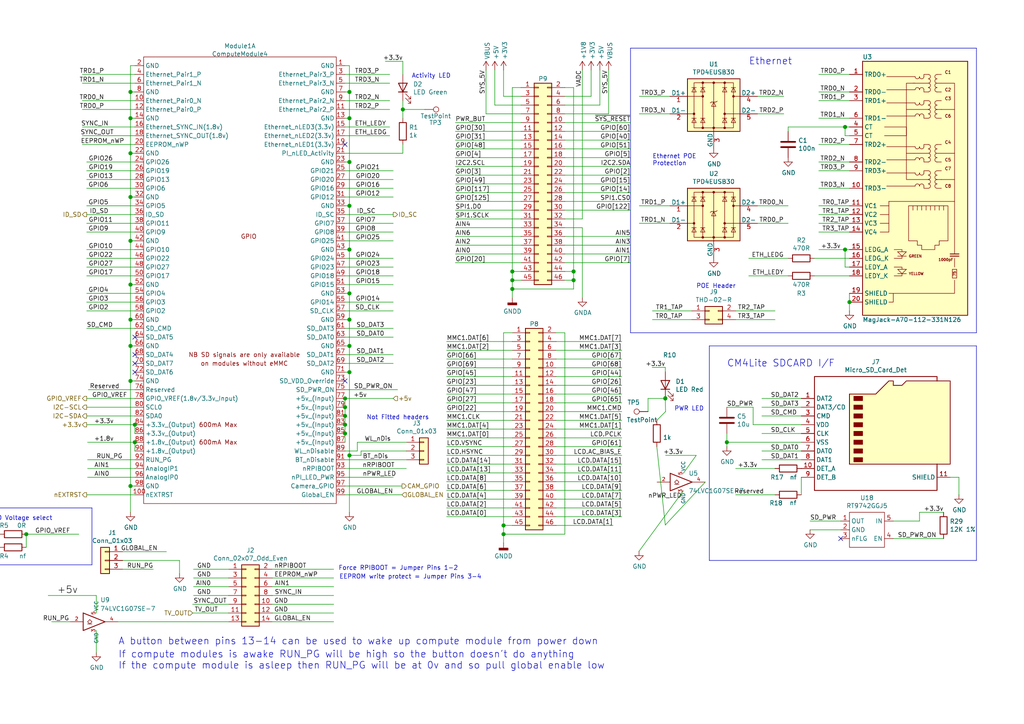
<source format=kicad_sch>
(kicad_sch (version 20211123) (generator eeschema)
  (paper "A4")
  (title_block (title "Compute Module 4 IO Board - GPIO - Ethernet") (rev "1") (company "© 2020-2022 Raspberry Pi Ltd (formerly Raspberry Pi (Trading) Ltd.)") (comment 1 "www.raspberrypi.com"))
  (junction (at 37.846 92.71) (diameter 1.016))
  (junction (at 148.59 83.82) (diameter 1.016))
  (junction (at 101.346 132.08) (diameter 1.016))
  (junction (at 101.346 59.69) (diameter 1.016))
  (junction (at 101.346 46.99) (diameter 1.016))
  (junction (at 146.05 152.4) (diameter 1.016))
  (junction (at 7.62 154.94) (diameter 1.016))
  (junction (at 101.346 72.39) (diameter 1.016))
  (junction (at 246.38 87.63) (diameter 1.016))
  (junction (at 101.346 26.67) (diameter 1.016))
  (junction (at 245.11 36.83) (diameter 1.016))
  (junction (at 100.076 125.73) (diameter 1.016))
  (junction (at 101.346 85.09) (diameter 1.016))
  (junction (at 148.59 81.28) (diameter 1.016))
  (junction (at 37.846 69.85) (diameter 1.016))
  (junction (at 146.05 154.94) (diameter 1.016))
  (junction (at 148.59 78.74) (diameter 1.016))
  (junction (at 37.846 26.67) (diameter 1.016))
  (junction (at 100.076 120.65) (diameter 1.016))
  (junction (at 245.11 72.39) (diameter 1.016))
  (junction (at 37.846 100.33) (diameter 1.016))
  (junction (at 37.846 44.45) (diameter 1.016))
  (junction (at 39.116 123.19) (diameter 1.016))
  (junction (at 116.84 31.75) (diameter 1.016))
  (junction (at 101.346 107.95) (diameter 1.016))
  (junction (at 101.346 34.29) (diameter 1.016))
  (junction (at 192.9638 115.57) (diameter 1.016))
  (junction (at 210.82 128.27) (diameter 1.016))
  (junction (at 192.9638 115.443))
  (junction (at 166.37 78.74) (diameter 1.016))
  (junction (at 101.346 92.71) (diameter 1.016))
  (junction (at 100.076 115.57) (diameter 1.016))
  (junction (at 100.076 123.19) (diameter 1.016))
  (junction (at 101.346 100.33) (diameter 1.016))
  (junction (at 37.846 82.55) (diameter 1.016))
  (junction (at 39.116 128.27) (diameter 1.016))
  (junction (at 166.37 81.28) (diameter 1.016))
  (junction (at 37.846 110.49) (diameter 1.016))
  (junction (at 37.846 34.29) (diameter 1.016))
  (junction (at 37.846 57.15) (diameter 1.016))
  (junction (at 37.846 140.97) (diameter 1.016))
  (junction (at 100.076 118.11) (diameter 1.016))
  (no_connect (at 243.84 156.21))
  (no_connect (at 100.076 110.49))
  (no_connect (at 39.116 97.79))
  (no_connect (at 100.076 41.91))
  (no_connect (at 39.116 107.95))
  (no_connect (at 39.116 105.41))
  (no_connect (at 39.116 102.87))
  (wire (pts (xy 25.146 118.11) (xy 39.116 118.11)))
  (wire (pts (xy 23.876 36.83) (xy 39.116 36.83)))
  (wire (pts (xy 37.846 57.15) (xy 39.116 57.15)))
  (wire (pts (xy 78.994 175.26) (xy 96.774 175.26)))
  (wire (pts (xy 100.076 44.45) (xy 116.84 44.45)))
  (wire (pts (xy 173.99 30.48) (xy 173.99 20.32)))
  (wire (pts (xy 237.49 21.59) (xy 246.38 21.59)))
  (wire (pts (xy 78.994 170.18) (xy 96.774 170.18)))
  (wire (pts (xy 56.134 167.64) (xy 66.294 167.64)))
  (wire (pts (xy 101.346 132.08) (xy 101.346 148.59)))
  (wire (pts (xy 100.076 21.59) (xy 113.03 21.59)))
  (polyline (pts (xy 26.67 163.83) (xy -12.7 163.83)) (stroke (width 0) (type solid)))
  (wire (pts (xy 168.91 66.04) (xy 168.91 86.36)))
  (wire (pts (xy 237.49 34.29) (xy 246.38 34.29)))
  (wire (pts (xy 161.29 99.06) (xy 180.34 99.06)))
  (wire (pts (xy 245.11 72.39) (xy 246.38 72.39)))
  (wire (pts (xy 101.346 46.99) (xy 101.346 59.69)))
  (wire (pts (xy 37.846 44.45) (xy 37.846 57.15)))
  (polyline (pts (xy 283.21 13.97) (xy 283.21 96.52)) (stroke (width 0) (type solid)))
  (wire (pts (xy 100.076 85.09) (xy 101.346 85.09)))
  (wire (pts (xy 151.13 27.94) (xy 146.05 27.94)))
  (wire (pts (xy 163.83 25.4) (xy 166.37 25.4)))
  (wire (pts (xy 56.134 170.18) (xy 66.294 170.18)))
  (wire (pts (xy 148.59 25.4) (xy 148.59 78.74)))
  (wire (pts (xy 132.08 63.5) (xy 151.13 63.5)))
  (wire (pts (xy -8.89 158.75) (xy 0 158.75)))
  (wire (pts (xy 25.146 90.17) (xy 39.116 90.17)))
  (polyline (pts (xy -12.7 147.32) (xy -13.97 147.32)) (stroke (width 0) (type solid)))
  (wire (pts (xy 201.93 132.08) (xy 193.04 132.08)))
  (wire (pts (xy 27.94 172.72) (xy 27.94 177.8)))
  (wire (pts (xy 132.08 35.56) (xy 151.13 35.56)))
  (wire (pts (xy 25.4 138.43) (xy 39.116 138.43)))
  (wire (pts (xy 163.83 55.88) (xy 182.88 55.88)))
  (wire (pts (xy 161.29 144.78) (xy 180.34 144.78)))
  (wire (pts (xy 132.08 40.64) (xy 151.13 40.64)))
  (wire (pts (xy 100.076 80.01) (xy 114.046 80.01)))
  (wire (pts (xy 228.6 38.1) (xy 228.6 36.83)))
  (wire (pts (xy 103.632 128.27) (xy 117.856 128.27)))
  (wire (pts (xy 100.076 34.29) (xy 101.346 34.29)))
  (polyline (pts (xy 205.74 162.56) (xy 205.74 100.33)) (stroke (width 0) (type solid)))
  (wire (pts (xy 35.56 165.1) (xy 44.45 165.1)))
  (wire (pts (xy 161.29 132.08) (xy 180.34 132.08)))
  (wire (pts (xy 25.146 115.57) (xy 39.116 115.57)))
  (wire (pts (xy 100.076 52.07) (xy 114.046 52.07)))
  (wire (pts (xy 101.346 85.09) (xy 101.346 92.71)))
  (wire (pts (xy 37.846 19.05) (xy 37.846 26.67)))
  (wire (pts (xy 100.076 36.83) (xy 113.03 36.83)))
  (wire (pts (xy 161.29 127) (xy 180.34 127)))
  (wire (pts (xy 129.54 139.7) (xy 148.59 139.7)))
  (wire (pts (xy 25.146 59.69) (xy 39.116 59.69)))
  (wire (pts (xy 163.83 66.04) (xy 168.91 66.04)))
  (wire (pts (xy 132.08 38.1) (xy 151.13 38.1)))
  (wire (pts (xy 148.59 83.82) (xy 148.59 81.28)))
  (wire (pts (xy 166.37 78.74) (xy 166.37 81.28)))
  (wire (pts (xy 100.076 87.63) (xy 114.046 87.63)))
  (wire (pts (xy 163.83 96.52) (xy 163.83 154.94)))
  (wire (pts (xy 129.54 134.62) (xy 148.59 134.62)))
  (wire (pts (xy 56.134 172.72) (xy 66.294 172.72)))
  (wire (pts (xy 129.54 147.32) (xy 148.59 147.32)))
  (wire (pts (xy 100.076 133.35) (xy 117.856 133.35)))
  (wire (pts (xy 78.994 172.72) (xy 96.774 172.72)))
  (wire (pts (xy 37.846 69.85) (xy 39.116 69.85)))
  (wire (pts (xy 146.05 96.52) (xy 146.05 152.4)))
  (wire (pts (xy 100.076 19.05) (xy 101.346 19.05)))
  (wire (pts (xy 129.54 111.76) (xy 148.59 111.76)))
  (wire (pts (xy 161.29 96.52) (xy 163.83 96.52)))
  (wire (pts (xy 129.54 121.92) (xy 148.59 121.92)))
  (wire (pts (xy 25.4 133.35) (xy 39.116 133.35)))
  (wire (pts (xy 100.076 67.31) (xy 114.046 67.31)))
  (wire (pts (xy 146.05 96.52) (xy 148.59 96.52)))
  (wire (pts (xy 100.076 107.95) (xy 101.346 107.95)))
  (wire (pts (xy 236.22 74.93) (xy 246.38 74.93)))
  (wire (pts (xy 23.876 39.37) (xy 39.116 39.37)))
  (wire (pts (xy 161.29 119.38) (xy 180.34 119.38)))
  (wire (pts (xy 237.49 59.69) (xy 246.38 59.69)))
  (wire (pts (xy 129.54 106.68) (xy 148.59 106.68)))
  (wire (pts (xy 187.96 115.57) (xy 187.96 119.38)))
  (wire (pts (xy 161.29 116.84) (xy 180.34 116.84)))
  (wire (pts (xy 171.45 27.94) (xy 171.45 20.32)))
  (wire (pts (xy 163.83 27.94) (xy 171.45 27.94)))
  (wire (pts (xy 100.076 140.97) (xy 116.586 140.97)))
  (wire (pts (xy 143.51 30.48) (xy 143.51 20.32)))
  (wire (pts (xy 132.08 76.2) (xy 151.13 76.2)))
  (wire (pts (xy 213.36 135.89) (xy 224.79 135.89)))
  (wire (pts (xy 100.076 46.99) (xy 101.346 46.99)))
  (wire (pts (xy 132.08 45.72) (xy 151.13 45.72)))
  (wire (pts (xy 148.59 83.82) (xy 166.37 83.82)))
  (wire (pts (xy 100.076 138.43) (xy 114.046 138.43)))
  (wire (pts (xy 101.346 132.08) (xy 104.7242 132.08)))
  (wire (pts (xy 100.076 26.67) (xy 101.346 26.67)))
  (wire (pts (xy 236.22 80.01) (xy 246.38 80.01)))
  (wire (pts (xy 129.54 144.78) (xy 148.59 144.78)))
  (wire (pts (xy 266.7 148.59) (xy 266.7 151.13)))
  (wire (pts (xy 100.076 24.13) (xy 113.03 24.13)))
  (wire (pts (xy 163.83 45.72) (xy 182.88 45.72)))
  (wire (pts (xy 129.54 104.14) (xy 148.59 104.14)))
  (wire (pts (xy 39.116 19.05) (xy 37.846 19.05)))
  (wire (pts (xy 192.9638 106.553) (xy 189.1538 106.553)))
  (wire (pts (xy 161.29 109.22) (xy 180.34 109.22)))
  (wire (pts (xy 25.4 128.27) (xy 39.116 128.27)))
  (wire (pts (xy 100.076 120.65) (xy 100.076 123.19)))
  (wire (pts (xy 34.29 180.34) (xy 66.294 180.34)))
  (wire (pts (xy 243.84 151.13) (xy 234.95 151.13)))
  (wire (pts (xy 100.076 82.55) (xy 114.046 82.55)))
  (wire (pts (xy 39.116 128.27) (xy 39.37 128.27)))
  (wire (pts (xy 163.83 43.18) (xy 182.88 43.18)))
  (wire (pts (xy 163.83 76.2) (xy 182.88 76.2)))
  (wire (pts (xy 39.116 140.97) (xy 37.846 140.97)))
  (wire (pts (xy 218.44 123.19) (xy 218.44 118.11)))
  (wire (pts (xy 161.29 104.14) (xy 180.34 104.14)))
  (wire (pts (xy 25.146 46.99) (xy 39.116 46.99)))
  (wire (pts (xy 132.08 50.8) (xy 151.13 50.8)))
  (wire (pts (xy 25.146 120.65) (xy 39.116 120.65)))
  (wire (pts (xy 213.36 90.17) (xy 224.79 90.17)))
  (wire (pts (xy 13.97 172.72) (xy 27.94 172.72)))
  (wire (pts (xy 146.05 152.4) (xy 146.05 154.94)))
  (wire (pts (xy 194.31 64.77) (xy 185.42 64.77)))
  (wire (pts (xy 161.29 142.24) (xy 180.34 142.24)))
  (wire (pts (xy 132.08 43.18) (xy 151.13 43.18)))
  (wire (pts (xy 213.36 92.71) (xy 224.79 92.71)))
  (wire (pts (xy 232.41 138.43) (xy 232.41 143.51)))
  (wire (pts (xy 100.076 115.57) (xy 114.046 115.57)))
  (wire (pts (xy 151.13 25.4) (xy 148.59 25.4)))
  (wire (pts (xy 78.994 180.34) (xy 96.774 180.34)))
  (wire (pts (xy 101.346 92.71) (xy 101.346 100.33)))
  (wire (pts (xy 37.846 82.55) (xy 39.116 82.55)))
  (wire (pts (xy 7.62 154.94) (xy 7.62 158.75)))
  (wire (pts (xy 100.076 62.23) (xy 114.046 62.23)))
  (wire (pts (xy 129.54 132.08) (xy 148.59 132.08)))
  (wire (pts (xy 161.29 114.3) (xy 180.34 114.3)))
  (wire (pts (xy 101.346 72.39) (xy 101.346 85.09)))
  (wire (pts (xy 25.146 54.61) (xy 39.116 54.61)))
  (wire (pts (xy 100.076 69.85) (xy 114.046 69.85)))
  (wire (pts (xy 148.59 78.74) (xy 151.13 78.74)))
  (wire (pts (xy 192.9638 107.823) (xy 192.9638 106.553)))
  (wire (pts (xy 129.54 124.46) (xy 148.59 124.46)))
  (wire (pts (xy 237.49 67.31) (xy 246.38 67.31)))
  (wire (pts (xy 37.846 92.71) (xy 39.116 92.71)))
  (wire (pts (xy 56.134 165.1) (xy 66.294 165.1)))
  (wire (pts (xy 100.076 77.47) (xy 114.046 77.47)))
  (polyline (pts (xy -13.97 163.83) (xy -13.97 147.32)) (stroke (width 0) (type solid)))
  (wire (pts (xy 37.846 110.49) (xy 37.846 140.97)))
  (wire (pts (xy 237.49 62.23) (xy 246.38 62.23)))
  (wire (pts (xy 132.08 60.96) (xy 151.13 60.96)))
  (wire (pts (xy 129.54 119.38) (xy 148.59 119.38)))
  (wire (pts (xy 245.11 77.47) (xy 245.11 72.39)))
  (polyline (pts (xy 26.67 147.32) (xy 26.67 163.83)) (stroke (width 0) (type solid)))
  (wire (pts (xy 246.38 85.09) (xy 246.38 87.63)))
  (wire (pts (xy 100.076 125.73) (xy 100.076 128.27)))
  (wire (pts (xy 161.29 124.46) (xy 180.34 124.46)))
  (wire (pts (xy 25.146 62.23) (xy 39.116 62.23)))
  (wire (pts (xy 114.046 90.17) (xy 100.076 90.17)))
  (wire (pts (xy 100.076 59.69) (xy 101.346 59.69)))
  (wire (pts (xy 237.49 64.77) (xy 246.38 64.77)))
  (wire (pts (xy 163.83 30.48) (xy 173.99 30.48)))
  (wire (pts (xy 25.146 52.07) (xy 39.116 52.07)))
  (wire (pts (xy 35.56 162.56) (xy 52.07 162.56)))
  (wire (pts (xy 163.83 38.1) (xy 182.88 38.1)))
  (wire (pts (xy 100.076 118.11) (xy 100.076 120.65)))
  (wire (pts (xy 163.83 48.26) (xy 182.88 48.26)))
  (wire (pts (xy 25.146 95.25) (xy 39.116 95.25)))
  (wire (pts (xy 25.4 135.89) (xy 39.116 135.89)))
  (wire (pts (xy 198.1962 142.367) (xy 185.3438 159.893)))
  (wire (pts (xy 190.5 129.54) (xy 192.9638 152.273)))
  (wire (pts (xy 132.08 48.26) (xy 151.13 48.26)))
  (wire (pts (xy 7.62 154.94) (xy 22.86 154.94)))
  (wire (pts (xy 259.08 156.21) (xy 273.685 156.21)))
  (wire (pts (xy 100.076 29.21) (xy 113.03 29.21)))
  (wire (pts (xy 232.41 133.35) (xy 220.98 133.35)))
  (wire (pts (xy 163.83 58.42) (xy 182.88 58.42)))
  (wire (pts (xy 163.83 33.02) (xy 176.53 33.02)))
  (wire (pts (xy 100.076 123.19) (xy 100.076 125.73)))
  (wire (pts (xy 23.876 41.91) (xy 39.116 41.91)))
  (wire (pts (xy 23.876 21.59) (xy 39.116 21.59)))
  (wire (pts (xy 193.04 119.38) (xy 190.5 121.92)))
  (wire (pts (xy 237.49 26.67) (xy 246.38 26.67)))
  (wire (pts (xy 100.076 31.75) (xy 113.03 31.75)))
  (wire (pts (xy 192.9638 115.443) (xy 192.9638 115.57)))
  (wire (pts (xy 237.49 72.39) (xy 245.11 72.39)))
  (wire (pts (xy 151.13 33.02) (xy 140.97 33.02)))
  (wire (pts (xy 25.146 85.09) (xy 39.116 85.09)))
  (wire (pts (xy 25.146 49.53) (xy 39.116 49.53)))
  (wire (pts (xy 161.29 121.92) (xy 180.34 121.92)))
  (wire (pts (xy 132.08 68.58) (xy 151.13 68.58)))
  (wire (pts (xy 243.84 153.67) (xy 234.95 153.67)))
  (wire (pts (xy 219.71 59.69) (xy 228.6 59.69)))
  (wire (pts (xy 78.994 167.64) (xy 96.774 167.64)))
  (wire (pts (xy 220.98 115.57) (xy 232.41 115.57)))
  (wire (pts (xy 148.59 81.28) (xy 151.13 81.28)))
  (wire (pts (xy 100.076 39.37) (xy 113.03 39.37)))
  (wire (pts (xy 228.6 36.83) (xy 245.11 36.83)))
  (wire (pts (xy 132.08 58.42) (xy 151.13 58.42)))
  (wire (pts (xy 146.05 154.94) (xy 163.83 154.94)))
  (wire (pts (xy 55.88 177.8) (xy 66.294 177.8)))
  (wire (pts (xy 37.846 100.33) (xy 39.116 100.33)))
  (wire (pts (xy 192.9638 152.273) (xy 204.5462 139.827)))
  (wire (pts (xy 129.54 129.54) (xy 148.59 129.54)))
  (wire (pts (xy 129.54 149.86) (xy 148.59 149.86)))
  (polyline (pts (xy 283.21 100.33) (xy 283.21 162.56)) (stroke (width 0) (type solid)))
  (wire (pts (xy 151.13 30.48) (xy 143.51 30.48)))
  (wire (pts (xy 176.53 20.32) (xy 176.53 33.02)))
  (wire (pts (xy 185.42 27.94) (xy 194.31 27.94)))
  (wire (pts (xy 129.54 116.84) (xy 148.59 116.84)))
  (wire (pts (xy 25.146 143.51) (xy 39.116 143.51)))
  (wire (pts (xy 163.83 73.66) (xy 182.88 73.66)))
  (wire (pts (xy 132.08 66.04) (xy 151.13 66.04)))
  (wire (pts (xy 166.37 25.4) (xy 166.37 78.74)))
  (wire (pts (xy 163.83 60.96) (xy 182.88 60.96)))
  (wire (pts (xy 100.076 113.03) (xy 115.316 113.03)))
  (wire (pts (xy 278.13 138.43) (xy 278.13 143.51)))
  (wire (pts (xy 161.29 137.16) (xy 180.34 137.16)))
  (wire (pts (xy 78.994 165.1) (xy 96.774 165.1)))
  (wire (pts (xy 100.076 64.77) (xy 114.046 64.77)))
  (wire (pts (xy 163.83 71.12) (xy 182.88 71.12)))
  (wire (pts (xy 100.076 49.53) (xy 114.046 49.53)))
  (wire (pts (xy 132.08 71.12) (xy 151.13 71.12)))
  (wire (pts (xy 213.36 143.51) (xy 224.79 143.51)))
  (wire (pts (xy 101.346 26.67) (xy 101.346 34.29)))
  (polyline (pts (xy 283.21 96.52) (xy 182.88 96.52)) (stroke (width 0) (type solid)))
  (wire (pts (xy 35.56 160.02) (xy 48.26 160.02)))
  (wire (pts (xy 25.146 67.31) (xy 39.116 67.31)))
  (wire (pts (xy 39.116 125.73) (xy 39.116 123.19)))
  (wire (pts (xy 78.994 177.8) (xy 96.774 177.8)))
  (wire (pts (xy 237.49 41.91) (xy 246.38 41.91)))
  (wire (pts (xy 198.1962 137.287) (xy 201.93 132.08)))
  (wire (pts (xy 161.29 101.6) (xy 180.34 101.6)))
  (polyline (pts (xy -12.7 147.32) (xy 26.67 147.32)) (stroke (width 0) (type solid)))
  (wire (pts (xy 116.84 31.75) (xy 116.84 29.21)))
  (wire (pts (xy 25.146 64.77) (xy 39.116 64.77)))
  (wire (pts (xy 25.146 80.01) (xy 39.116 80.01)))
  (wire (pts (xy 217.17 80.01) (xy 228.6 80.01)))
  (wire (pts (xy 187.96 115.57) (xy 192.9638 115.57)))
  (wire (pts (xy 100.076 74.93) (xy 114.046 74.93)))
  (wire (pts (xy 273.685 148.59) (xy 266.7 148.59)))
  (wire (pts (xy 39.116 130.81) (xy 39.116 128.27)))
  (wire (pts (xy 101.346 59.69) (xy 101.346 72.39)))
  (polyline (pts (xy 283.21 162.56) (xy 205.74 162.56)) (stroke (width 0) (type solid)))
  (wire (pts (xy 192.9638 115.57) (xy 193.04 119.38)))
  (wire (pts (xy 116.84 21.59) (xy 116.84 17.78)))
  (wire (pts (xy 210.82 125.73) (xy 210.82 128.27)))
  (wire (pts (xy 219.71 33.02) (xy 227.33 33.02)))
  (wire (pts (xy 161.29 152.4) (xy 177.8 152.4)))
  (wire (pts (xy 100.076 100.33) (xy 101.346 100.33)))
  (wire (pts (xy 100.076 143.51) (xy 116.586 143.51)))
  (wire (pts (xy 37.846 110.49) (xy 39.116 110.49)))
  (wire (pts (xy 220.98 130.81) (xy 232.41 130.81)))
  (wire (pts (xy 163.83 63.5) (xy 168.91 63.5)))
  (wire (pts (xy 210.82 118.11) (xy 218.44 118.11)))
  (wire (pts (xy 37.846 44.45) (xy 39.116 44.45)))
  (polyline (pts (xy 182.88 96.52) (xy 182.88 13.97)) (stroke (width 0) (type solid)))
  (wire (pts (xy 100.076 115.57) (xy 100.076 118.11)))
  (wire (pts (xy 219.71 27.94) (xy 227.33 27.94)))
  (wire (pts (xy 104.7242 132.08) (xy 104.7242 130.81)))
  (wire (pts (xy 217.17 74.93) (xy 228.6 74.93)))
  (wire (pts (xy 39.116 34.29) (xy 37.846 34.29)))
  (wire (pts (xy 101.346 34.29) (xy 101.346 46.99)))
  (wire (pts (xy 163.83 78.74) (xy 166.37 78.74)))
  (wire (pts (xy 55.88 175.26) (xy 66.294 175.26)))
  (wire (pts (xy 23.876 29.21) (xy 39.116 29.21)))
  (wire (pts (xy 168.91 20.32) (xy 168.91 63.5)))
  (wire (pts (xy 163.83 68.58) (xy 182.88 68.58)))
  (wire (pts (xy 129.54 142.24) (xy 148.59 142.24)))
  (wire (pts (xy 161.29 147.32) (xy 180.34 147.32)))
  (wire (pts (xy 185.42 33.02) (xy 194.31 33.02)))
  (wire (pts (xy 163.83 40.64) (xy 182.88 40.64)))
  (wire (pts (xy 166.37 81.28) (xy 166.37 83.82)))
  (wire (pts (xy 100.076 130.81) (xy 103.632 130.81)))
  (wire (pts (xy 37.846 34.29) (xy 37.846 44.45)))
  (wire (pts (xy 232.41 123.19) (xy 218.44 123.19)))
  (polyline (pts (xy -13.97 163.83) (xy -12.7 163.83)) (stroke (width 0) (type solid)))
  (wire (pts (xy 25.146 74.93) (xy 39.116 74.93)))
  (wire (pts (xy 163.83 53.34) (xy 182.88 53.34)))
  (wire (pts (xy 114.046 102.87) (xy 100.076 102.87)))
  (wire (pts (xy 259.08 151.13) (xy 266.7 151.13)))
  (wire (pts (xy 25.146 77.47) (xy 39.116 77.47)))
  (wire (pts (xy 132.08 73.66) (xy 151.13 73.66)))
  (wire (pts (xy 100.076 57.15) (xy 114.046 57.15)))
  (wire (pts (xy 132.08 55.88) (xy 151.13 55.88)))
  (wire (pts (xy 100.076 92.71) (xy 101.346 92.71)))
  (wire (pts (xy 39.116 26.67) (xy 37.846 26.67)))
  (wire (pts (xy 161.29 149.86) (xy 180.34 149.86)))
  (wire (pts (xy 148.59 86.36) (xy 148.59 83.82)))
  (wire (pts (xy 129.54 101.6) (xy 148.59 101.6)))
  (wire (pts (xy 27.94 182.88) (xy 27.94 189.23)))
  (wire (pts (xy 37.846 82.55) (xy 37.846 92.71)))
  (wire (pts (xy 246.38 87.63) (xy 246.38 90.17)))
  (wire (pts (xy 25.6032 113.03) (xy 39.116 113.03)))
  (polyline (pts (xy 205.74 100.33) (xy 283.21 100.33)) (stroke (width 0) (type solid)))
  (wire (pts (xy 111.76 17.78) (xy 116.84 17.78)))
  (wire (pts (xy 37.846 92.71) (xy 37.846 100.33)))
  (wire (pts (xy 246.38 77.47) (xy 245.11 77.47)))
  (wire (pts (xy 148.59 81.28) (xy 148.59 78.74)))
  (wire (pts (xy 129.54 114.3) (xy 148.59 114.3)))
  (wire (pts (xy 37.846 100.33) (xy 37.846 110.49)))
  (wire (pts (xy 101.346 19.05) (xy 101.346 26.67)))
  (wire (pts (xy 37.846 140.97) (xy 37.846 148.59)))
  (wire (pts (xy 25.146 123.19) (xy 39.116 123.19)))
  (wire (pts (xy 237.49 54.61) (xy 246.38 54.61)))
  (wire (pts (xy 129.54 127) (xy 148.59 127)))
  (wire (pts (xy 185.42 59.69) (xy 194.31 59.69)))
  (wire (pts (xy 246.38 39.37) (xy 245.11 39.37)))
  (wire (pts (xy 163.83 81.28) (xy 166.37 81.28)))
  (wire (pts (xy 232.41 118.11) (xy 220.98 118.11)))
  (wire (pts (xy 232.41 125.73) (xy 220.98 125.73)))
  (wire (pts (xy 163.83 35.56) (xy 182.88 35.56)))
  (wire (pts (xy 103.632 130.81) (xy 103.632 128.27)))
  (wire (pts (xy 245.11 39.37) (xy 245.11 36.83)))
  (wire (pts (xy 37.846 57.15) (xy 37.846 69.85)))
  (wire (pts (xy 275.59 138.43) (xy 278.13 138.43)))
  (wire (pts (xy 129.54 109.22) (xy 148.59 109.22)))
  (wire (pts (xy 100.076 97.79) (xy 114.046 97.79)))
  (wire (pts (xy 101.346 100.33) (xy 101.346 107.95)))
  (wire (pts (xy 52.07 162.56) (xy 52.07 166.37)))
  (wire (pts (xy 100.076 105.41) (xy 114.046 105.41)))
  (wire (pts (xy 163.83 50.8) (xy 182.88 50.8)))
  (wire (pts (xy 161.29 111.76) (xy 180.34 111.76)))
  (wire (pts (xy 129.54 137.16) (xy 148.59 137.16)))
  (wire (pts (xy 210.82 128.27) (xy 210.82 129.54)))
  (wire (pts (xy 23.876 24.13) (xy 39.116 24.13)))
  (wire (pts (xy 25.146 87.63) (xy 39.116 87.63)))
  (wire (pts (xy 132.08 53.34) (xy 151.13 53.34)))
  (wire (pts (xy 114.046 95.25) (xy 100.076 95.25)))
  (wire (pts (xy 140.97 33.02) (xy 140.97 20.32)))
  (wire (pts (xy 146.05 154.94) (xy 146.05 157.48)))
  (wire (pts (xy -8.89 154.94) (xy 0 154.94)))
  (wire (pts (xy 14.986 180.34) (xy 20.32 180.34)))
  (wire (pts (xy 189.23 90.17) (xy 200.66 90.17)))
  (wire (pts (xy 161.29 129.54) (xy 180.34 129.54)))
  (wire (pts (xy 237.49 49.53) (xy 246.38 49.53)))
  (wire (pts (xy 100.076 135.89) (xy 117.856 135.89)))
  (wire (pts (xy 246.38 36.83) (xy 245.11 36.83)))
  (wire (pts (xy 146.05 27.94) (xy 146.05 20.32)))
  (wire (pts (xy 123.19 31.75) (xy 116.84 31.75)))
  (wire (pts (xy 116.84 34.29) (xy 116.84 31.75)))
  (wire (pts (xy 100.076 54.61) (xy 114.046 54.61)))
  (wire (pts (xy 148.59 152.4) (xy 146.05 152.4)))
  (wire (pts (xy 220.98 120.65) (xy 232.41 120.65)))
  (wire (pts (xy 25.146 72.39) (xy 39.116 72.39)))
  (wire (pts (xy 210.82 128.27) (xy 232.41 128.27)))
  (wire (pts (xy 116.84 44.45) (xy 116.84 41.91)))
  (wire (pts (xy 101.346 107.95) (xy 101.346 132.08)))
  (wire (pts (xy 237.49 46.99) (xy 246.38 46.99)))
  (wire (pts (xy 129.54 99.06) (xy 148.59 99.06)))
  (wire (pts (xy 219.71 64.77) (xy 228.6 64.77)))
  (wire (pts (xy 161.29 139.7) (xy 180.34 139.7)))
  (wire (pts (xy 189.23 92.71) (xy 200.66 92.71)))
  (wire (pts (xy 161.29 134.62) (xy 180.34 134.62)))
  (wire (pts (xy 104.7242 130.81) (xy 117.856 130.81)))
  (wire (pts (xy 23.876 31.75) (xy 39.116 31.75)))
  (wire (pts (xy 37.846 69.85) (xy 37.846 82.55)))
  (wire (pts (xy 100.076 72.39) (xy 101.346 72.39)))
  (polyline (pts (xy 182.88 13.97) (xy 283.21 13.97)) (stroke (width 0) (type solid)))
  (wire (pts (xy 237.49 29.21) (xy 246.38 29.21)))
  (wire (pts (xy 161.29 106.68) (xy 180.34 106.68)))
  (wire (pts (xy 37.846 26.67) (xy 37.846 34.29)))
  (text "PWR LED" (at 195.58 119.38 0) (effects (font (size 1.27 1.27)) (justify left bottom)))
  (text "Ethernet POE\nProtection" (at 189.23 48.26 0) (effects (font (size 1.27 1.27)) (justify left bottom)))
  (text "CM4Lite SDCARD I/F" (at 210.82 106.68 0) (effects (font (size 2.007 2.007)) (justify left bottom)))
  (text "GPIO Voltage select\n" (at 15.24 151.13 180) (effects (font (size 1.27 1.27)) (justify right bottom)))
  (text "Ethernet" (at 217.17 19.05 0) (effects (font (size 2.0066 2.0066)) (justify left bottom)))
  (text "Activity LED" (at 119.38 22.86 0) (effects (font (size 1.27 1.27)) (justify left bottom)))
  (text "EEPROM write protect = Jumper Pins 3-4\n\n" (at 139.7 170.18 180) (effects (font (size 1.27 1.27)) (justify right bottom)))
  (text "Not Fitted headers" (at 124.46 121.92 180) (effects (font (size 1.27 1.27)) (justify right bottom)))
  (text "A button between pins 13-14 can be used to wake up compute module from power down\n\n" (at 34.29 190.5 0) (effects (font (size 2.007 2.007)) (justify left bottom)))
  (text "If compute modules is awake RUN_PG will be high so the button doesn't do anything\nIf the compute module is asleep then RUN_PG will be at 0v and so pull global enable low" (at 34.29 194.31 0) (effects (font (size 2.007 2.007)) (justify left bottom)))
  (text "Force RPIBOOT = Jumper Pins 1-2 \n" (at 133.858 165.608 180) (effects (font (size 1.27 1.27)) (justify right bottom)))
  (text "POE Header" (at 201.93 83.82 0) (effects (font (size 1.27 1.27)) (justify left bottom)))
  (label "GPIO[45]" (at 129.54 109.22 0))
  (label "LCD.VSYNC" (at 129.54 129.54 0))
  (label "TRD1_N" (at 193.04 64.77 180))
  (label "GPIO[51]" (at 182.88 43.18 180))
  (label "TRD2_P" (at 245.11 41.91 180))
  (label "SPI1.CS0" (at 182.88 58.42 180))
  (label "GPIO12" (at 110.236 57.15 180))
  (label "TRD2_N" (at 245.11 46.99 180))
  (label "MMC1.CMD" (at 180.34 119.38 180))
  (label "GPIO23" (at 110.236 77.47 180))
  (label "TR2_TAP" (at 246.38 64.77 180))
  (label "SD_PWR_ON" (at 102.616 113.03 0))
  (label "LCD.DATA[7]" (at 180.34 144.78 180))
  (label "GPIO[66]" (at 129.54 104.14 0))
  (label "ID_SC" (at 108.966 62.23 180))
  (label "TRD1_P" (at 245.11 29.21 180))
  (label "GPIO14" (at 110.236 87.63 180))
  (label "TRD1_P" (at 30.226 21.59 180))
  (label "Reserved" (at 34.671 113.03 180))
  (label "MMC1.CLK" (at 129.54 121.92 0))
  (label "GPIO[22]" (at 129.54 119.38 0))
  (label "MMC1.DAT[3]" (at 180.34 101.6 180))
  (label "SD_DAT3" (at 223.52 118.11 0))
  (label "I2C2.SCL" (at 132.08 48.26 0))
  (label "SD_DAT3" (at 111.506 95.25 180))
  (label "+3.3v" (at -3.81 154.94 180))
  (label "SD_DAT0" (at 223.52 130.81 0))
  (label "SD_PWR" (at 234.95 151.13 0))
  (label "LCD.DATA[0]" (at 129.54 149.86 0))
  (label "TR0_TAP" (at 198.0184 92.71 180))
  (label "nPWR_LED" (at 105.156 138.43 0))
  (label "GND" (at 83.566 175.26 180))
  (label "LCD.DATA[2]" (at 129.54 147.32 0))
  (label "SD_PWR" (at 210.82 118.11 0))
  (label "+5v" (at 16.51 172.72 0) (effects (font (size 2.0066 2.0066))))
  (label "SD_DAT0" (at 111.506 97.79 180))
  (label "AIN2" (at 132.08 71.12 0))
  (label "GPIO[49]" (at 132.08 53.34 0))
  (label "GPIO20" (at 110.236 52.07 180))
  (label "SD_DAT1" (at 223.52 133.35 0))
  (label "MMC1.DAT[4]" (at 129.54 124.46 0))
  (label "GPIO[7]" (at 182.88 76.2 180))
  (label "AIN0" (at 132.08 73.66 0))
  (label "BT_nDis" (at 112.6236 133.35 180))
  (label "GPIO[68]" (at 180.34 106.68 180))
  (label "AIN6" (at 132.08 68.58 0))
  (label "SD_DAT2" (at 111.506 105.41 180))
  (label "EEPROM_nWP" (at 36.068 41.91 180))
  (label "TRD0_N" (at 227.33 59.69 180))
  (label "GPIO8" (at 108.966 67.31 180))
  (label "AIN0" (at 61.214 170.18 180))
  (label "GPIO26" (at 32.766 46.99 180))
  (label "+3.3v" (at 219.71 135.89 180))
  (label "SYNC_IN" (at 31.496 36.83 180))
  (label "LCD.DATA[1]" (at 177.8 152.4 180))
  (label "TRD3_N" (at 193.04 33.02 180))
  (label "LCD.DATA[5]" (at 180.34 147.32 180))
  (label "GPIO[65]" (at 180.34 116.84 180))
  (label "SD_PWR_ON" (at 260.35 156.21 0))
  (label "TR1_TAP" (at 198.12 90.17 180))
  (label "GPIO18" (at 110.236 80.01 180))
  (label "GPIO[40]" (at 182.88 40.64 180))
  (label "LCD.DATA[8]" (at 129.54 139.7 0))
  (label "GPIO15" (at 110.236 82.55 180))
  (label "LCD.DATA[13]" (at 129.54 137.16 0))
  (label "TRD2_P" (at 102.87 31.75 0))
  (label "GPIO[47]" (at 129.54 114.3 0))
  (label "LCD.DATA[14]" (at 129.54 134.62 0))
  (label "GPIO25" (at 110.236 69.85 180))
  (label "MMC1.DAT[5]" (at 180.34 121.92 180))
  (label "GPIO[15]" (at 182.88 53.34 180))
  (label "nRPIBOOT" (at 114.5032 135.89 180))
  (label "GPIO_VREF" (at 26.67 115.57 0))
  (label "GPIO[125]" (at 132.08 58.42 0))
  (label "GPIO6" (at 31.496 54.61 180))
  (label "MMC1.DAT[0]" (at 129.54 127 0))
  (label "TRD3_N" (at 102.87 24.13 0))
  (label "LCD.DATA[9]" (at 180.34 142.24 180))
  (label "TR0_TAP" (at 246.38 59.69 180))
  (label "GPIO[3]" (at 132.08 50.8 0))
  (label "TRD0_P" (at 227.33 64.77 180))
  (label "GPIO[23]" (at 129.54 111.76 0))
  (label "AIN1" (at 84.074 170.18 180))
  (label "GPIO13" (at 32.766 52.07 180))
  (label "TRD2_N" (at 227.33 27.94 180))
  (label "GPIO_VREF" (at 10.16 154.94 0))
  (label "GPIO[31]" (at 132.08 40.64 0))
  (label "SPI1.SCLK" (at 132.08 63.5 0))
  (label "TRD0_P" (at 245.11 21.59 180))
  (label "GPIO[20]" (at 132.08 76.2 0))
  (label "TRD2_P" (at 227.33 33.02 180))
  (label "ETH_LEDG" (at 227.33 74.93 180))
  (label "+3.3v" (at 192.9638 106.553 180))
  (label "GPIO16" (at 110.236 54.61 180))
  (label "AIN1" (at 31.75 135.89 180))
  (label "SYS_5V" (at 140.97 20.32 270))
  (label "TRD3_N" (at 245.11 54.61 180))
  (label "LCD.DATA[6]" (at 129.54 142.24 0))
  (label "GPIO[61]" (at 180.34 129.54 180))
  (label "SYNC_IN" (at 87.63 172.72 180))
  (label "TRD0_N" (at 30.226 29.21 180))
  (label "GPIO[117]" (at 132.08 55.88 0))
  (label "SD_CMD" (at 32.766 95.25 180))
  (label "GND" (at 61.214 165.1 180))
  (label "RUN_PG" (at 44.45 165.1 180))
  (label "GPIO22" (at 32.766 74.93 180))
  (label "SD_CLK" (at 223.52 125.73 0))
  (label "TRD1_N" (at 245.11 34.29 180))
  (label "PWR_BUT" (at 132.08 35.56 0))
  (label "GPIO[5]" (at 182.88 45.72 180))
  (label "GPIO[67]" (at 180.34 104.14 180))
  (label "LCD.DATA[10]" (at 180.34 139.7 180))
  (label "GPIO[46]" (at 180.34 114.3 180))
  (label "GPIO19" (at 32.766 49.53 180))
  (label "GPIO4" (at 31.496 85.09 180))
  (label "GPIO[4]" (at 132.08 45.72 0))
  (label "TR2_TAP" (at 221.9198 90.17 180))
  (label "nPWR_LED" (at 187.96 144.78 0))
  (label "GPIO5" (at 31.496 59.69 180))
  (label "SPI1.D0" (at 132.08 60.96 0))
  (label "+3.3v" (at 33.02 123.19 180))
  (label "+5v" (at 106.426 115.57 180))
  (label "SYNC_OUT" (at 33.02 39.37 180))
  (label "GND" (at 61.214 167.64 180))
  (label "MMC1.DAT[2]" (at 129.54 101.6 0))
  (label "EEPROM_nWP" (at 92.202 167.64 180))
  (label "GPIO[60]" (at 182.88 38.1 180))
  (label "SYNC_OUT" (at 65.786 175.26 180))
  (label "GLOBAL_EN" (at 114.046 143.51 180))
  (label "+3.3v" (at 273.685 148.59 180))
  (label "GPIO27" (at 32.766 77.47 180))
  (label "GLOBAL_EN" (at 90.17 180.34 180))
  (label "GLOBAL_EN" (at 45.72 160.02 180))
  (label "GPIO[30]" (at 132.08 38.1 0))
  (label "GPIO11" (at 32.766 64.77 180))
  (label "+1.8v" (at 33.02 128.27 180))
  (label "GND" (at 61.214 172.72 180))
  (label "TV_OUT" (at 63.246 177.8 180))
  (label "RUN_PG" (at 35.56 133.35 180))
  (label "AIN1" (at 182.88 73.66 180))
  (label "VADC" (at 168.91 20.32 270))
  (label "TRD3_P" (at 245.11 49.53 180))
  (label "MMC1.DAT[6]" (at 129.54 99.06 0))
  (label "TRD3_P" (at 102.87 21.59 0))
  (label "LCD.DATA[15]" (at 180.34 134.62 180))
  (label "GPIO[44]" (at 180.34 109.22 180))
  (label "GPIO7" (at 108.966 64.77 180))
  (label "LCD.DATA[3]" (at 180.34 149.86 180))
  (label "SD_DAT1" (at 111.506 102.87 180))
  (label "LCD.DATA[4]" (at 129.54 144.78 0))
  (label "TRD1_N" (at 30.226 24.13 180))
  (label "AIN4" (at 132.08 66.04 0))
  (label "ETH_LEDG" (at 102.87 39.37 0))
  (label "TR1_TAP" (at 246.38 62.23 180))
  (label "I2C2.SDA" (at 182.88 48.26 180))
  (label "+3.3v" (at 116.84 17.78 180))
  (label "AIN5" (at 182.88 68.58 180))
  (label "ETH_LEDY" (at 102.87 36.83 0))
  (label "+3.3v" (at 243.84 72.39 180))
  (label "GPIO[26]" (at 180.34 111.76 180))
  (label "LCD.HSYNC" (at 129.54 132.08 0))
  (label "AIN3" (at 182.88 71.12 180))
  (label "GND" (at 83.566 177.8 180))
  (label "GPIO3" (at 31.496 87.63 180))
  (label "GPIO17" (at 32.766 80.01 180))
  (label "GPIO2" (at 31.496 90.17 180))
  (label "WL_nDis" (at 113.411 128.27 180))
  (label "ID_SD" (at 31.496 62.23 180))
  (label "TRD2_N" (at 102.87 29.21 0))
  (label "GPIO9" (at 31.496 67.31 180))
  (label "TR3_TAP" (at 221.8944 92.71 180))
  (label "MMC1.DAT[7]" (at 180.34 99.06 180))
  (label "nRPIBOOT" (at 88.9 165.1 180))
  (label "+3.3v" (at 198.12 132.08 180))
  (label "GPIO[27]" (at 129.54 116.84 0))
  (label "~{SYS_RESET}" (at 182.88 35.56 180))
  (label "TRD3_P" (at 193.04 27.94 180))
  (label "GPIO[2]" (at 182.88 50.8 180))
  (label "LCD.AC_BIAS_E" (at 180.34 132.08 180))
  (label "GPIO[122]" (at 182.88 60.96 180))
  (label "SD_CLK" (at 110.236 90.17 180))
  (label "GPIO24" (at 110.236 74.93 180))
  (label "+1.8v" (at -3.81 158.75 180))
  (label "GPIO[14]" (at 182.88 55.88 180))
  (label "SD_CMD" (at 223.52 120.65 0))
  (label "RUN_PG" (at 20.066 180.34 180))
  (label "TRD1_P" (at 193.04 59.69 180))
  (label "TRD0_N" (at 245.11 26.67 180))
  (label "SYS_5V" (at 176.53 20.32 270))
  (label "LCD.DATA[11]" (at 180.34 137.16 180))
  (label "GPIO10" (at 32.766 72.39 180))
  (label "GPIO[69]" (at 129.54 106.68 0))
  (label "GPIO21" (at 110.236 49.53 180))
  (label "LCD.PCLK" (at 180.34 127 180))
  (label "TRD0_P" (at 30.226 31.75 180))
  (label "GPIO[48]" (at 132.08 43.18 0))
  (label "ETH_LEDY" (at 227.33 80.01 180))
  (label "AIN0" (at 31.75 138.43 180))
  (label "SD_DAT2" (at 223.52 115.57 0))
  (label "Reserved" (at 221.615 143.51 180))
  (label "MMC1.DAT[1]" (at 180.34 124.46 180))
  (label "TR3_TAP" (at 246.38 67.31 180))
  (hierarchical_label "+5v" (shape input) (at 114.046 115.57 0))
  (hierarchical_label "GLOBAL_EN" (shape input) (at 116.586 143.51 0))
  (hierarchical_label "ID_SC" (shape output) (at 114.046 62.23 0))
  (hierarchical_label "TV_OUT" (shape input) (at 55.88 177.8 180))
  (hierarchical_label "I2C-SCL" (shape output) (at 25.146 118.11 180))
  (hierarchical_label "ID_SD" (shape output) (at 25.146 62.23 180))
  (hierarchical_label "GPIO_VREF" (shape output) (at 25.146 115.57 180))
  (hierarchical_label "I2C-SDA" (shape output) (at 25.146 120.65 180))
  (hierarchical_label "CAM_GPIO" (shape output) (at 116.586 140.97 0))
  (hierarchical_label "nEXTRST" (shape output) (at 25.146 143.51 180))
  (hierarchical_label "+3.3v" (shape output) (at 25.146 123.19 180))
  (symbol (lib_id "CM4IO:74LVC1G07_copy") (at 198.1962 139.827 0) (unit 1)
    (property "Reference" "U5" (at 199.7202 137.287 0) (effects (justify left)))
    (property "Value" "74LVC1G07SE-7" (at 199.7202 142.367 0) (effects (justify left)))
    (property "Footprint" "Package_TO_SOT_SMD:SOT-353_SC-70-5" (effects hide))
    (property "Datasheet" "https://www.diodes.com/assets/Datasheets/74LVC1G07.pdf" (effects hide))
    (property "Field4" "Farnell" (effects hide))
    (property "Field5" "2425492" (effects hide))
    (property "Field6" "74LVC1G07SE-7" (effects hide))
    (property "Field7" "Diodes" (effects hide))
    (property "Part Description" "Buffer, Non-Inverting 1 Element 1 Bit per Element Open Drain Output SOT-353" (effects hide))
  )
  (symbol (lib_id "CM4IO:74LVC1G07_copy") (at 27.94 180.34 0) (unit 1)
    (property "Reference" "U9" (at 30.48 173.99 0))
    (property "Value" "74LVC1G07SE-7" (at 37.084 176.53 0))
    (property "Footprint" "Package_TO_SOT_SMD:SOT-353_SC-70-5" (effects hide))
    (property "Datasheet" "https://www.diodes.com/assets/Datasheets/74LVC1G07.pdf" (effects hide))
    (property "Field4" "Farnell" (effects hide))
    (property "Field5" "2425492" (effects hide))
    (property "Field6" "74LVC1G07SE-7" (effects hide))
    (property "Field7" "Diodes" (effects hide))
    (property "Part Description" "Buffer, Non-Inverting 1 Element 1 Bit per Element Open Drain Output SOT-353" (effects hide))
  )
  (symbol (lib_id "power:GND") (at 27.94 189.23 0) (unit 1)
    (property "Reference" "#PWR027" (effects hide))
    (property "Value" "GND" (at 28.067 193.6242 0))
  )
  (symbol (lib_id "CM4IO:RT9742GGJ5") (at 252.73 161.29 0) (unit 1)
    (property "Reference" "U18" (at 251.46 144.399 0))
    (property "Value" "RT9742GGJ5" (at 251.46 146.7104 0))
    (property "Footprint" "Package_TO_SOT_SMD:SOT-23-5" (effects hide))
    (property "Datasheet" "https://www.richtek.com/assets/product_file/RT9742/DS9742-00.pdf" (effects hide))
    (property "Field4" "Farnell" (effects hide))
    (property "Field5" "	2545875" (effects hide))
    (property "Field6" "RT9742GGJ5" (effects hide))
    (property "Field7" "RichTek" (effects hide))
    (property "Field8" "USWI00166" (effects hide))
    (property "Part Description" "	Power Switch/Driver 1:1 N-Channel 1A TSOT-23-5" (effects hide))
  )
  (symbol (lib_id "power:GND") (at 234.95 153.67 0) (unit 1)
    (property "Reference" "#PWR0113" (effects hide))
    (property "Value" "GND" (at 235.077 158.0642 0))
  )
  (symbol (lib_id "CM4IO:ComputeModule4-CM4") (at 72.136 74.93 0) (unit 1)
    (property "Reference" "Module1" (at 69.596 13.335 0))
    (property "Value" "ComputeModule4" (at 69.596 15.6464 0))
    (property "Footprint" "CM4IO:Raspberry-Pi-4-Compute-Module" (effects hide))
    (property "Field4" "Hirose" (effects hide))
    (property "Field5" "2off DF40C-100DS-0.4V" (effects hide))
    (property "Field6" "2off DF40C-100DS-0.4V" (effects hide))
    (property "Field7" "Hirose" (effects hide))
    (property "Part Description" "	100 Position Connector Receptacle, Center Strip Contacts Surface Mount Gold" (effects hide))
  )
  (symbol (lib_id "CM4IO:MagJack-A70-112-331N126") (at 267.97 92.71 0) (unit 1)
    (property "Reference" "U3" (at 250.19 16.51 0) (effects (justify left)))
    (property "Value" "MagJack-A70-112-331N126" (at 250.19 92.71 0) (effects (justify left)))
    (property "Footprint" "CM4IO:TRJG0926HENL" (effects hide))
    (property "Datasheet" "https://p.globalsources.com/IMAGES/PDT/SPEC/690/K1160305690.pdf" (effects hide))
    (property "Field6" "TRJG0926HENL" (effects hide))
    (property "Field7" "Trxcon" (effects hide))
    (property "Field8" "UCON00900" (effects hide))
    (property "Part Description" "Gigabit Ethernet Magjack" (effects hide))
  )
  (symbol (lib_id "Device:C") (at 228.6 41.91 0) (unit 1)
    (property "Reference" "C1" (at 231.521 40.7416 0) (effects (justify left)))
    (property "Value" "100n" (at 231.521 43.053 0) (effects (justify left)))
    (property "Footprint" "Capacitor_SMD:C_0402_1005Metric" (effects hide))
    (property "Datasheet" "https://search.murata.co.jp/Ceramy/image/img/A01X/G101/ENG/GRM155R71C104KA88-01.pdf" (effects hide))
    (property "Field4" "Farnell" (effects hide))
    (property "Field5" "2611911" (effects hide))
    (property "Field6" "RM EMK105 B7104KV-F" (effects hide))
    (property "Field7" "TAIYO YUDEN EUROPE GMBH" (effects hide))
    (property "Part Description" "	0.1uF 10% 16V Ceramic Capacitor X7R 0402 (1005 Metric)" (effects hide))
    (property "Field8" "110091611" (effects hide))
  )
  (symbol (lib_id "power:GND") (at 228.6 45.72 0) (unit 1)
    (property "Reference" "#PWR0101" (effects hide))
    (property "Value" "GND" (at 228.727 50.1142 0))
  )
  (symbol (lib_id "Connector_Generic:Conn_02x02_Odd_Even") (at 205.74 90.17 0) (unit 1)
    (property "Reference" "J9" (at 207.01 84.6582 0))
    (property "Value" "THD-02-R" (at 207.01 86.9696 0))
    (property "Footprint" "Connector_PinHeader_2.54mm:PinHeader_2x02_P2.54mm_Vertical" (effects hide))
    (property "Datasheet" "https://www.toby.co.uk/uploads/publications/1673.pdf" (effects hide))
    (property "Field4" "Toby" (effects hide))
    (property "Field5" "THD-02-R" (effects hide))
    (property "Field6" "151-604-425-761" (effects hide))
    (property "Field7" "EDAC" (effects hide))
    (property "Field8" "UCON00791" (effects hide))
    (property "Part Description" "PinHeader_2x02_P2.54mm_Vertical" (effects hide))
  )
  (symbol (lib_id "Device:C") (at 210.82 121.92 0) (unit 1)
    (property "Reference" "C5" (at 213.741 120.7516 0) (effects (justify left)))
    (property "Value" "10u" (at 213.741 123.063 0) (effects (justify left)))
    (property "Footprint" "Capacitor_SMD:C_0805_2012Metric" (effects hide))
    (property "Datasheet" "https://search.murata.co.jp/Ceramy/image/img/A01X/G101/ENG/GRM21BR71A106KA73-01.pdf" (effects hide))
    (property "Field5" "490-14381-1-ND" (effects hide))
    (property "Field4" "Digikey" (effects hide))
    (property "Field6" "GRM21BR71A106KA73L" (effects hide))
    (property "Field7" "Murata" (effects hide))
    (property "Part Description" "	10uF 10% 10V Ceramic Capacitor X7R 0805 (2012 Metric)" (effects hide))
    (property "Field8" "111893011" (effects hide))
  )
  (symbol (lib_id "Device:R") (at 232.41 74.93 270) (unit 1)
    (property "Reference" "R2" (at 232.41 69.6722 90))
    (property "Value" "470R" (at 232.41 71.9836 90))
    (property "Footprint" "Resistor_SMD:R_0402_1005Metric" (effects hide))
    (property "Datasheet" "https://fscdn.rohm.com/en/products/databook/datasheet/passive/resistor/chip_resistor/mcr-e.pdf" (effects hide))
    (property "Field4" "Farnell" (effects hide))
    (property "Field5" "9239197" (effects hide))
    (property "Field7" "KOA EUROPE GMBH" (effects hide))
    (property "Field6" "RK73G1ETQTP4700D         " (effects hide))
    (property "Field8" "120887981" (effects hide))
    (property "Part Description" "Resistor 470R M1005 1% 63mW" (effects hide))
  )
  (symbol (lib_id "Device:R") (at 232.41 80.01 270) (unit 1)
    (property "Reference" "R3" (at 232.41 85.09 90))
    (property "Value" "470R" (at 232.41 82.55 90))
    (property "Footprint" "Resistor_SMD:R_0402_1005Metric" (effects hide))
    (property "Datasheet" "https://fscdn.rohm.com/en/products/databook/datasheet/passive/resistor/chip_resistor/mcr-e.pdf" (effects hide))
    (property "Field4" "Farnell" (effects hide))
    (property "Field5" "9239197" (effects hide))
    (property "Field7" "KOA EUROPE GMBH" (effects hide))
    (property "Field6" "RK73G1ETQTP4700D         " (effects hide))
    (property "Field8" "120887981" (effects hide))
    (property "Part Description" "Resistor 470R M1005 1% 63mW" (effects hide))
  )
  (symbol (lib_id "power:GND") (at 37.846 148.59 0) (unit 1)
    (property "Reference" "#PWR0104" (effects hide))
    (property "Value" "GND" (at 37.973 152.9842 0))
  )
  (symbol (lib_id "power:GND") (at 101.346 148.59 0) (unit 1)
    (property "Reference" "#PWR0105" (effects hide))
    (property "Value" "GND" (at 101.473 152.9842 0))
  )
  (symbol (lib_id "Device:LED") (at 116.84 25.4 90) (unit 1)
    (property "Reference" "D2" (at 119.8118 24.4094 90) (effects (justify right)))
    (property "Value" "LED Green" (at 119.8118 26.7208 90) (effects (justify right)))
    (property "Footprint" "LED_SMD:LED_0603_1608Metric" (effects hide))
    (property "Datasheet" "http://optoelectronics.liteon.com/upload/download/DS22-2000-226/LTST-S270KGKT.pdf" (effects hide))
    (property "Field4" "Digikey " (effects hide))
    (property "Field5" "LTST-S270KGKT" (effects hide))
    (property "Field6" "SML-A12M8TT86N" (effects hide))
    (property "Field7" "Rohm" (effects hide))
    (property "Field8" "650263301" (effects hide))
    (property "Part Description" "	Green 572nm LED Indication - Discrete 2.2V 2-SMD, No Lead" (effects hide))
  )
  (symbol (lib_id "Device:R") (at 116.84 38.1 0) (unit 1)
    (property "Reference" "R1" (at 118.618 36.9316 0) (effects (justify left)))
    (property "Value" "1k" (at 118.618 39.243 0) (effects (justify left)))
    (property "Footprint" "Resistor_SMD:R_0402_1005Metric" (effects hide))
    (property "Datasheet" "https://fscdn.rohm.com/en/products/databook/datasheet/passive/resistor/chip_resistor/mcr-e.pdf" (effects hide))
    (property "Field4" "Farnell" (effects hide))
    (property "Field5" "9239235" (effects hide))
    (property "Field7" "KOA EUROPE GMBH" (effects hide))
    (property "Field6" "RK73H1ETTP1001F" (effects hide))
    (property "Part Description" "Resistor 1K M1005 1% 63mW" (effects hide))
    (property "Field8" "125049511" (effects hide))
  )
  (symbol (lib_id "power:GND") (at 185.3438 159.893 0) (unit 1)
    (property "Reference" "#PWR05" (effects hide))
    (property "Value" "GND" (at 185.4708 164.2872 0))
  )
  (symbol (lib_id "Device:LED") (at 192.9638 111.633 90) (unit 1)
    (property "Reference" "D1" (at 195.9356 110.6424 90) (effects (justify right)))
    (property "Value" "LED Red" (at 195.9356 112.9538 90) (effects (justify right)))
    (property "Footprint" "LED_SMD:LED_0603_1608Metric" (effects hide))
    (property "Datasheet" "http://optoelectronics.liteon.com/upload/download/DS22-2000-210/LTST-S270KRKT.pdf" (effects hide))
    (property "Field4" "Digikey " (effects hide))
    (property "Field5" "	LTST-S270KRKT" (effects hide))
    (property "Field6" "SML-A12U8TT86Q" (effects hide))
    (property "Field7" "Rohm" (effects hide))
    (property "Field8" "650295101" (effects hide))
    (property "Part Description" "	Red 620nm LED Indication - Discrete 2.2V 2-SMD, No Lead" (effects hide))
  )
  (symbol (lib_id "Device:R") (at 190.5 125.73 0) (unit 1)
    (property "Reference" "R10" (at 192.278 102.9716 0) (effects (justify left)))
    (property "Value" "1k" (at 192.278 126.873 0) (effects (justify left)))
    (property "Footprint" "Resistor_SMD:R_0402_1005Metric" (effects hide))
    (property "Datasheet" "https://fscdn.rohm.com/en/products/databook/datasheet/passive/resistor/chip_resistor/mcr-e.pdf" (effects hide))
    (property "Field4" "Farnell" (effects hide))
    (property "Field5" "9239235" (effects hide))
    (property "Field7" "KOA EUROPE GMBH" (effects hide))
    (property "Field6" "RK73H1ETTP1001F" (effects hide))
    (property "Part Description" "Resistor 1K M1005 1% 63mW" (effects hide))
    (property "Field8" "125049511" (effects hide))
  )
  (symbol (lib_id "Connector_Generic:Conn_01x03") (at 30.48 162.56 0) (mirror y) (unit 1)
    (property "Reference" "J1" (at 32.5628 154.5082 0))
    (property "Value" "Conn_01x03" (at 32.5628 156.8196 0))
    (property "Footprint" "Connector_PinHeader_2.54mm:PinHeader_1x03_P2.54mm_Vertical" (effects hide))
    (property "Field4" "nf" (effects hide))
    (property "Field5" "nf" (effects hide))
    (property "Field6" "nf" (effects hide))
    (property "Field7" "nf" (effects hide))
    (property "Part Description" "3pin 0.1\" connector" (effects hide))
  )
  (symbol (lib_id "CM4IO:TPD4EUSB30") (at 207.01 62.23 0) (unit 1)
    (property "Reference" "U2" (at 207.01 50.3682 0))
    (property "Value" "TPD4EUSB30" (at 207.01 52.6796 0))
    (property "Footprint" "Package_SON:USON-10_2.5x1.0mm_P0.5mm" (effects hide))
    (property "Datasheet" "http://www.ti.com/lit/ds/symlink/tpd2eusb30a.pdf" (effects hide))
    (property "Field4" "Farnell" (effects hide))
    (property "Field5" "2335455" (effects hide))
    (property "Field6" "CDDFN10-3324P-13" (effects hide))
    (property "Field7" "Bourns" (effects hide))
    (property "Field8" "UDIO00346" (effects hide))
    (property "Part Description" "Quad TVS diode for high speed signals (USB3, GigE etc.)" (effects hide))
  )
  (symbol (lib_id "power:GND") (at 52.07 166.37 0) (unit 1)
    (property "Reference" "#PWR0106" (effects hide))
    (property "Value" "GND" (at 52.197 170.7642 0))
  )
  (symbol (lib_id "Connector:TestPoint") (at 187.96 119.38 90) (unit 1)
    (property "Reference" "TP5" (at 185.5978 116.713 90) (effects (justify left)))
    (property "Value" "TestPoint" (at 190.6778 121.793 90) (effects (justify left)))
    (property "Footprint" "TestPoint:TestPoint_Pad_2.0x2.0mm" (effects hide))
    (property "Field4" "nf" (effects hide))
    (property "Field5" "nf" (effects hide))
    (property "Field6" "nf" (effects hide))
    (property "Field7" "nf" (effects hide))
  )
  (symbol (lib_id "Device:R") (at 3.81 154.94 90) (unit 1)
    (property "Reference" "R5" (at 2.54 152.4 90) (effects (justify left)))
    (property "Value" "0R" (at 7.62 152.4 90) (effects (justify left)))
    (property "Footprint" "Resistor_SMD:R_0805_2012Metric_Pad1.15x1.40mm_HandSolder" (effects hide))
    (property "Datasheet" "https://fscdn.rohm.com/en/products/databook/datasheet/passive/resistor/chip_resistor/mcr-e.pdf" (effects hide))
    (property "Field4" "Farnell" (effects hide))
    (property "Field5" "9233750" (effects hide))
    (property "Field7" "Rohm" (effects hide))
    (property "Field6" "MCR10EZPJ000" (effects hide))
    (property "Part Description" "Resistor 0R M2012 5% " (effects hide))
    (property "Field8" "121629591" (effects hide))
  )
  (symbol (lib_id "Device:R") (at 3.81 158.75 90) (unit 1)
    (property "Reference" "R4" (at 2.54 161.29 90) (effects (justify left)))
    (property "Value" "nf" (at 7.62 161.29 90) (effects (justify left)))
    (property "Footprint" "Resistor_SMD:R_0805_2012Metric_Pad1.15x1.40mm_HandSolder" (effects hide))
    (property "Datasheet" "https://fscdn.rohm.com/en/products/databook/datasheet/passive/resistor/chip_resistor/mcr-e.pdf" (effects hide))
    (property "Field4" "nf" (effects hide))
    (property "Field5" "nf" (effects hide))
    (property "Field6" "nf" (effects hide))
  )
  (symbol (lib_id "Connector:Micro_SD_Card_Det") (at 255.27 125.73 0) (unit 1)
    (property "Reference" "J7" (at 254 104.9782 0))
    (property "Value" "Micro_SD_Card_Det" (at 254 107.2896 0))
    (property "Footprint" "CM4IO:SDCARD_MOLEX_503398-1892" (effects hide))
    (property "Datasheet" "https://www.hirose.com/product/en/download_file/key_name/DM3/category/Catalog/doc_file_id/49662/?file_category_id=4&item_id=195&is_series=1" (effects hide))
    (property "Field4" "Farnell" (effects hide))
    (property "Field5" "2358234" (effects hide))
    (property "Field6" "503398-1892" (effects hide))
    (property "Field7" "Molex" (effects hide))
    (property "Part Description" "9 (8 + 1) Position Card Connector microSD™ Surface Mount, Right Angle Gold" (effects hide))
    (property "Field8" "UCON00512" (effects hide))
  )
  (symbol (lib_id "power:GND") (at 210.82 129.54 0) (unit 1)
    (property "Reference" "#PWR0107" (effects hide))
    (property "Value" "GND" (at 210.947 133.9342 0))
  )
  (symbol (lib_id "power:GND") (at 278.13 143.51 0) (unit 1)
    (property "Reference" "#PWR0108" (effects hide))
    (property "Value" "GND" (at 278.257 147.9042 0))
  )
  (symbol (lib_id "Connector_Generic:Conn_02x07_Odd_Even") (at 71.374 172.72 0) (unit 1)
    (property "Reference" "J2" (at 72.644 159.6136 0))
    (property "Value" "Conn_02x07_Odd_Even" (at 72.644 161.925 0))
    (property "Footprint" "Connector_PinHeader_2.54mm:PinHeader_2x07_P2.54mm_Vertical" (effects hide))
    (property "Datasheet" "https://www.toby.co.uk/uploads/publications/1673.pdf" (effects hide))
    (property "Field4" "Toby" (effects hide))
    (property "Field5" "THD-07-R" (effects hide))
    (property "Field6" "THD-07-R" (effects hide))
    (property "Field7" "Toby" (effects hide))
    (property "Part Description" "PinHeader_2x07_P2.54mm_Vertical" (effects hide))
  )
  (symbol (lib_id "Connector_Generic:Conn_01x03") (at 122.936 130.81 0) (unit 1)
    (property "Reference" "J3" (at 120.8532 122.7582 0))
    (property "Value" "Conn_01x03" (at 120.8532 125.0696 0))
    (property "Footprint" "Connector_PinHeader_2.54mm:PinHeader_1x03_P2.54mm_Vertical" (effects hide))
    (property "Field4" "nf" (effects hide))
    (property "Field5" "nf" (effects hide))
    (property "Field6" "nf" (effects hide))
    (property "Field7" "nf" (effects hide))
    (property "Part Description" "3pin 0.1\" connector" (effects hide))
  )
  (symbol (lib_id "CM4IO:TPD4EUSB30") (at 207.01 30.48 0) (unit 1)
    (property "Reference" "U1" (at 207.01 18.6182 0))
    (property "Value" "TPD4EUSB30" (at 207.01 20.9296 0))
    (property "Footprint" "Package_SON:USON-10_2.5x1.0mm_P0.5mm" (effects hide))
    (property "Datasheet" "http://www.ti.com/lit/ds/symlink/tpd2eusb30a.pdf" (effects hide))
    (property "Field4" "Farnell" (effects hide))
    (property "Field5" "2335455" (effects hide))
    (property "Field6" "CDDFN10-3324P-13" (effects hide))
    (property "Field7" "Bourns" (effects hide))
    (property "Field8" "UDIO00346" (effects hide))
    (property "Part Description" "Quad TVS diode for high speed signals (USB3, GigE etc.)" (effects hide))
  )
  (symbol (lib_id "power:GND") (at 246.38 90.17 0) (unit 1)
    (property "Reference" "#PWR0109" (effects hide))
    (property "Value" "GND" (at 246.507 94.5642 0))
  )
  (symbol (lib_id "power:GND") (at 207.01 74.93 0) (unit 1)
    (property "Reference" "#PWR0110" (effects hide))
    (property "Value" "GND" (at 207.137 79.3242 0))
  )
  (symbol (lib_id "power:GND") (at 207.01 43.18 0) (unit 1)
    (property "Reference" "#PWR0111" (effects hide))
    (property "Value" "GND" (at 207.137 47.5742 0))
  )
  (symbol (lib_id "power:+5V") (at 173.99 20.32 0) (unit 1)
    (property "Reference" "#PWR?" (effects hide))
    (property "Value" "+5V" (at 174.371 17.272 90) (effects (justify left)))
  )
  (symbol (lib_id "power:+5V") (at 143.51 20.32 0) (unit 1)
    (property "Reference" "#PWR?" (effects hide))
    (property "Value" "+5V" (at 143.891 17.272 90) (effects (justify left)))
  )
  (symbol (lib_id "power:+1V8") (at 168.91 20.32 0) (unit 1)
    (property "Reference" "#PWR?" (effects hide))
    (property "Value" "+1V8" (at 169.2656 17.272 90) (effects (justify left)))
  )
  (symbol (lib_id "power:+3.3V") (at 146.05 20.32 0) (unit 1)
    (property "Reference" "#PWR?" (effects hide))
    (property "Value" "+3V3" (at 146.4056 17.272 90) (effects (justify left)))
  )
  (symbol (lib_id "power:+3.3V") (at 171.45 20.32 0) (unit 1)
    (property "Reference" "#PWR?" (effects hide))
    (property "Value" "+3V3" (at 171.8056 17.272 90) (effects (justify left)))
  )
  (symbol (lib_id "power:VBUS") (at 140.97 20.32 0) (unit 1)
    (property "Reference" "#PWR?" (effects hide))
    (property "Value" "VBUS" (at 141.351 17.272 90) (effects (justify left)))
  )
  (symbol (lib_id "Connector_Generic:Conn_02x23_Odd_Even") (at 156.21 53.34 0) (unit 1)
    (property "Reference" "P9" (at 157.48 22.86 0))
    (property "Value" "BeagleBone_Black_Header" (effects hide))
    (property "Footprint" "Connector_PinHeader_2.54mm:PinHeader_2x23_P2.54mm_Vertical" (effects hide))
  )
  (symbol (lib_id "Connector_Generic:Conn_02x23_Odd_Even") (at 153.67 124.46 0) (unit 1)
    (property "Reference" "P8" (at 154.94 93.98 0))
    (property "Value" "BeagleBone_Black_Header" (effects hide))
    (property "Footprint" "Connector_PinHeader_2.54mm:PinHeader_2x23_P2.54mm_Vertical" (effects hide))
  )
  (symbol (lib_id "Device:R") (at 228.6 135.89 90) (unit 1)
    (property "Reference" "R17" (at 227.33 138.43 90) (effects (justify left)))
    (property "Value" "nf" (at 231.14 138.43 90) (effects (justify left)))
    (property "Footprint" "Resistor_SMD:R_0402_1005Metric" (effects hide))
    (property "Datasheet" "https://fscdn.rohm.com/en/products/databook/datasheet/passive/resistor/chip_resistor/mcr-e.pdf" (effects hide))
    (property "Field4" "Farnell" (effects hide))
    (property "Field5" "9239235" (effects hide))
    (property "Field7" "KOA EUROPE GMBH" (effects hide))
    (property "Field6" "RK73H1ETTP1001F" (effects hide))
    (property "Part Description" "Resistor 1K M1005 1% 63mW" (effects hide))
    (property "Field8" "125049511" (effects hide))
  )
  (symbol (lib_id "Connector:TestPoint") (at 123.19 31.75 270) (unit 1)
    (property "Reference" "TP3" (at 124.46 35.56 90) (effects (justify left)))
    (property "Value" "TestPoint" (at 121.92 33.655 90) (effects (justify left)))
    (property "Footprint" "TestPoint:TestPoint_Pad_2.0x2.0mm" (effects hide))
    (property "Field4" "nf" (effects hide))
    (property "Field5" "nf" (effects hide))
    (property "Field6" "nf" (effects hide))
    (property "Field7" "nf" (effects hide))
  )
  (symbol (lib_id "power:GNDD") (at 146.05 157.48 0) (unit 1)
    (property "Reference" "#PWR?" (effects hide))
    (property "Value" "GNDD" (at 146.05 161.29 0))
  )
  (symbol (lib_id "power:VBUS") (at 176.53 20.32 0) (unit 1)
    (property "Reference" "#PWR?" (effects hide))
    (property "Value" "VBUS" (at 176.911 17.272 90) (effects (justify left)))
  )
  (symbol (lib_id "power:GNDD") (at 148.59 86.36 0) (unit 1)
    (property "Reference" "#PWR?" (effects hide))
    (property "Value" "GNDD" (at 148.6408 90.3034 0))
  )
  (symbol (lib_id "Device:R") (at 273.685 152.4 0) (unit 1)
    (property "Reference" "R29" (at 275.463 151.2316 0) (effects (justify left)))
    (property "Value" "12K 1%" (at 275.463 153.543 0) (effects (justify left)))
    (property "Footprint" "Resistor_SMD:R_0402_1005Metric" (effects hide))
    (property "Datasheet" "https://fscdn.rohm.com/en/products/databook/datasheet/passive/resistor/chip_resistor/mcr-e.pdf" (effects hide))
    (property "Field4" "Farnell" (effects hide))
    (property "Field5" "9239367" (effects hide))
    (property "Field7" "Rohm" (effects hide))
    (property "Field6" "MCR01MZPF1202" (effects hide))
    (property "Part Description" "Resistor 12K M1005 1% 63mW" (effects hide))
  )
  (symbol (lib_id "Device:R") (at 228.6 143.51 90) (unit 1)
    (property "Reference" "R18" (at 227.0506 145.8976 90) (effects (justify left)))
    (property "Value" "nf" (at 231.0638 145.8468 90) (effects (justify left)))
    (property "Footprint" "Resistor_SMD:R_0402_1005Metric" (effects hide))
    (property "Datasheet" "https://fscdn.rohm.com/en/products/databook/datasheet/passive/resistor/chip_resistor/mcr-e.pdf" (effects hide))
    (property "Field4" "Farnell" (effects hide))
    (property "Field5" "9239235" (effects hide))
    (property "Field7" "KOA EUROPE GMBH" (effects hide))
    (property "Field6" "RK73H1ETTP1001F" (effects hide))
    (property "Part Description" "Resistor 1K M1005 1% 63mW" (effects hide))
    (property "Field8" "125049511" (effects hide))
  )
  (symbol (lib_id "power:GNDA") (at 168.91 86.36 0) (unit 1)
    (property "Reference" "#PWR?" (effects hide))
    (property "Value" "GNDA" (at 169.0243 90.6844 0))
  )
)
</source>
